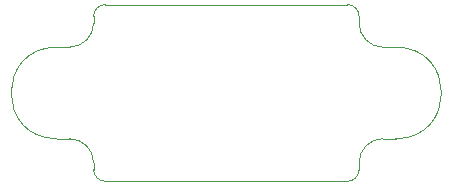
<source format=gm1>
G04 #@! TF.GenerationSoftware,KiCad,Pcbnew,(7.0.0)*
G04 #@! TF.CreationDate,2023-03-10T21:16:59+00:00*
G04 #@! TF.ProjectId,12v_servo_driver,3132765f-7365-4727-966f-5f6472697665,A*
G04 #@! TF.SameCoordinates,Original*
G04 #@! TF.FileFunction,Profile,NP*
%FSLAX46Y46*%
G04 Gerber Fmt 4.6, Leading zero omitted, Abs format (unit mm)*
G04 Created by KiCad (PCBNEW (7.0.0)) date 2023-03-10 21:16:59*
%MOMM*%
%LPD*%
G01*
G04 APERTURE LIST*
G04 #@! TA.AperFunction,Profile*
%ADD10C,0.050000*%
G04 #@! TD*
G04 APERTURE END LIST*
D10*
X142151100Y-103644700D02*
G75*
G03*
X141160500Y-104635300I0J-990600D01*
G01*
X142608300Y-103644700D02*
X142151100Y-103644700D01*
X163639500Y-104635300D02*
G75*
G03*
X162648900Y-103644700I-990600J0D01*
G01*
X162191700Y-118605300D02*
X162648900Y-118605300D01*
X162648900Y-118605300D02*
G75*
G03*
X163639500Y-117614700I0J990600D01*
G01*
X141160500Y-117614700D02*
G75*
G03*
X142151100Y-118605300I990600J0D01*
G01*
X142151100Y-118605300D02*
X162191700Y-118605300D01*
X166751000Y-114998500D02*
G75*
G03*
X166751000Y-107251500I0J3873500D01*
G01*
X163639500Y-105219500D02*
G75*
G03*
X165671500Y-107251500I2032000J0D01*
G01*
X139128500Y-107251500D02*
G75*
G03*
X141160500Y-105219500I0J2032000D01*
G01*
X141160500Y-117030500D02*
G75*
G03*
X139128500Y-114998500I-2032000J0D01*
G01*
X139128500Y-114998500D02*
X138049000Y-114998500D01*
X139128500Y-107251500D02*
X138049000Y-107251500D01*
X166751000Y-107251500D02*
X165671500Y-107251500D01*
X165671500Y-114998500D02*
X166751000Y-114998500D01*
X163639500Y-117614700D02*
X163639500Y-117030500D01*
X141160500Y-117614700D02*
X141160500Y-117030500D01*
X141160500Y-105219500D02*
X141160500Y-104635300D01*
X162648900Y-103644700D02*
X142608300Y-103644700D01*
X163639500Y-104635300D02*
X163639500Y-105219500D01*
X165671500Y-114998500D02*
G75*
G03*
X163639500Y-117030500I0J-2032000D01*
G01*
X138049000Y-107251500D02*
G75*
G03*
X138049000Y-114998500I0J-3873500D01*
G01*
M02*

</source>
